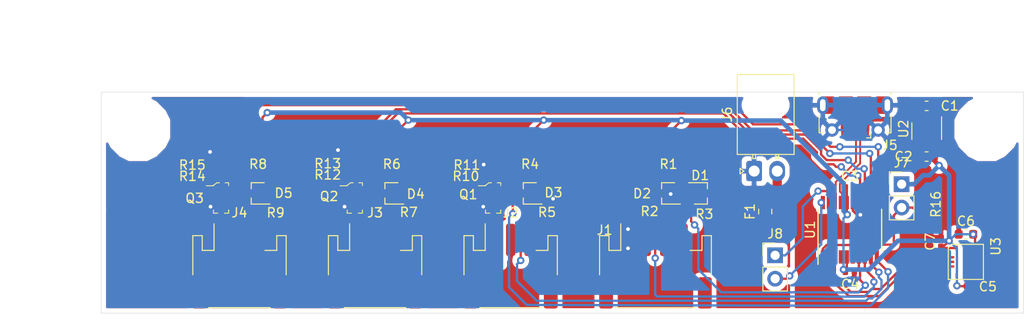
<source format=kicad_pcb>
(kicad_pcb (version 20171130) (host pcbnew "(5.1.5)-3")
  (layers (0 F.Cu signal) (31 B.Cu signal) (34 B.Paste user) (35 F.Paste user) (36 B.SilkS user) (37 F.SilkS user) (38 B.Mask user) (39 F.Mask user) (44 Edge.Cuts user))
  (net 0 "")
  (net 1 "Net-(J1-Pad4)")
  (net 2 "Net-(J1-Pad3)")
  (net 3 +12V)
  (net 4 "Net-(J2-Pad3)")
  (net 5 "Net-(J3-Pad3)")
  (net 6 "Net-(J4-Pad3)")
  (net 7 GND)
  (net 8 "Net-(F1-Pad2)")
  (net 9 /USB_D+)
  (net 10 /USB_D-)
  (net 11 VBUS)
  (net 12 /PWM1)
  (net 13 /TACH1)
  (net 14 /TACH2)
  (net 15 /TACH3)
  (net 16 /TACH4)
  (net 17 "Net-(Q1-Pad1)")
  (net 18 "Net-(Q2-Pad1)")
  (net 19 "Net-(Q3-Pad1)")
  (net 20 /FAN2_O)
  (net 21 /FAN3_O)
  (net 22 /FAN4_O)
  (net 23 /PWM2)
  (net 24 /PWM3)
  (net 25 /PWM4)
  (net 26 +3.3VA)
  (net 27 /I2C_SCL)
  (net 28 /I2C_SDA)
  (net 29 /BOOT0)
  (net 30 /SWCLK)
  (net 31 /SWDIO)
  (module Connector_PinHeader_2.54mm:PinHeader_1x02_P2.54mm_Vertical (layer F.Cu) (at 173.0756 93.726)
    (fp_text reference J8 (at 0 -2.33) (layer F.SilkS))
    (fp_text value Conn_01x0)
    (pad 2 thru_hole oval (at 0 2.54) (size 1.7 1.7) (drill 1) (layers *.Cu *.Mask) (net 30 /SWCLK))
    (pad 1 thru_hole rect (at 0 0) (size 1.7 1.7) (drill 1) (layers *.Cu *.Mask) (net 31 /SWDIO))
  )
  (module Resistor_SMD:R_0402_1005Metric (layer F.Cu) (at 189.3316 88.1888 270)
    (fp_text reference R16 (at 0 -1.17 90) (layer F.SilkS))
    (fp_text value 10K)
    (pad 2 smd roundrect (at 0.485 0 270) (size 0.59 0.64) (layers F.Cu F.Paste F.Mask) (net 29 /BOOT0))
    (pad 1 smd roundrect (at -0.485 0 270) (size 0.59 0.64) (layers F.Cu F.Paste F.Mask) (net 7 GND))
  )
  (module Connector_PinHeader_2.54mm:PinHeader_1x02_P2.54mm_Vertical (layer F.Cu) (at 186.7916 86.0044)
    (fp_text reference J7 (at 0 -2.33) (layer F.SilkS))
    (fp_text value Conn_01x0)
    (pad 2 thru_hole oval (at 0 2.54) (size 1.7 1.7) (drill 1) (layers *.Cu *.Mask) (net 29 /BOOT0))
    (pad 1 thru_hole rect (at 0 0) (size 1.7 1.7) (drill 1) (layers *.Cu *.Mask) (net 26 +3.3VA))
  )
  (module Connector_JST:JST_PH_S4B-PH-SM4-TB_1x04-1MP_P2.00mm_Horizontal (layer F.Cu) (at 160.1 94.9)
    (fp_text reference J1 (at -5.5156 -3.9172) (layer F.SilkS))
    (fp_text value Conn_01x04)
    (pad MP smd roundrect (at 5.35 2.9) (size 1.5 3.4) (layers F.Cu F.Paste F.Mask) (roundrect_rratio 0.166667))
    (pad MP smd roundrect (at -5.35 2.9) (size 1.5 3.4) (layers F.Cu F.Paste F.Mask) (roundrect_rratio 0.166667))
    (pad 4 smd roundrect (at 3 -2.85) (size 1 3.5) (layers F.Cu F.Paste F.Mask) (net 1 "Net-(J1-Pad4)"))
    (pad 3 smd roundrect (at 1 -2.85) (size 1 3.5) (layers F.Cu F.Paste F.Mask) (net 2 "Net-(J1-Pad3)"))
    (pad 2 smd roundrect (at -1 -2.85) (size 1 3.5) (layers F.Cu F.Paste F.Mask) (net 3 +12V))
    (pad 1 smd roundrect (at -3 -2.85) (size 1 3.5) (layers F.Cu F.Paste F.Mask) (net 7 GND))
  )
  (module NevermoreController:ZMOD4410 (layer F.Cu) (at 193.7512 94.4372 270)
    (fp_text reference U3 (at -1.6764 -3.2512 90) (layer F.SilkS))
    (fp_text value ZMOD4410)
    (pad 10 smd rect (at -1.5 -1) (size 0.25 0.5) (layers F.Cu F.Paste F.Mask) (net 26 +3.3VA))
    (pad 12 smd rect (at -1.5 1) (size 0.25 0.5) (layers F.Cu F.Paste F.Mask) (net 26 +3.3VA))
    (pad 11 smd rect (at -1.5 0) (size 0.25 0.5) (layers F.Cu F.Paste F.Mask))
    (pad 9 smd rect (at -0.5 -1.5 270) (size 0.25 0.5) (layers F.Cu F.Paste F.Mask) (net 7 GND))
    (pad 8 smd rect (at 0 -1.5 270) (size 0.25 0.5) (layers F.Cu F.Paste F.Mask))
    (pad 7 smd rect (at 0.5 -1.5 270) (size 0.25 0.5) (layers F.Cu F.Paste F.Mask) (net 7 GND))
    (pad 6 smd rect (at 1.5 -1) (size 0.25 0.5) (layers F.Cu F.Paste F.Mask) (net 7 GND))
    (pad 5 smd rect (at 1.5 0) (size 0.25 0.5) (layers F.Cu F.Paste F.Mask) (net 26 +3.3VA))
    (pad 4 smd rect (at 1.5 1) (size 0.25 0.5) (layers F.Cu F.Paste F.Mask))
    (pad 3 smd rect (at 0.5 1.5 270) (size 0.25 0.5) (layers F.Cu F.Paste F.Mask))
    (pad 2 smd rect (at 0 1.5 270) (size 0.25 0.5) (layers F.Cu F.Paste F.Mask) (net 28 /I2C_SDA))
    (pad 1 smd rect (at -0.5 1.5 270) (size 0.25 0.5) (layers F.Cu F.Paste F.Mask) (net 27 /I2C_SCL))
  )
  (module Capacitor_SMD:C_0402_1005Metric (layer F.Cu) (at 191.0588 92.2528 90)
    (fp_text reference C7 (at 0 -1.17 90) (layer F.SilkS))
    (fp_text value 100n)
    (pad 2 smd roundrect (at 0.485 0 90) (size 0.59 0.64) (layers F.Cu F.Paste F.Mask) (net 7 GND))
    (pad 1 smd roundrect (at -0.485 0 90) (size 0.59 0.64) (layers F.Cu F.Paste F.Mask) (net 26 +3.3VA))
  )
  (module Capacitor_SMD:C_0603_1608Metric (layer F.Cu) (at 193.7612 91.44)
    (fp_text reference C6 (at 0 -1.43) (layer F.SilkS))
    (fp_text value 4.7u)
    (pad 2 smd roundrect (at 0.7875 0) (size 0.875 0.95) (layers F.Cu F.Paste F.Mask) (net 26 +3.3VA))
    (pad 1 smd roundrect (at -0.7875 0) (size 0.875 0.95) (layers F.Cu F.Paste F.Mask) (net 7 GND))
  )
  (module Capacitor_SMD:C_0402_1005Metric (layer F.Cu) (at 194.287 97.0788)
    (fp_text reference C5 (at 1.8518 0.0508) (layer F.SilkS))
    (fp_text value 100n)
    (pad 2 smd roundrect (at 0.485 0) (size 0.59 0.64) (layers F.Cu F.Paste F.Mask) (net 7 GND))
    (pad 1 smd roundrect (at -0.485 0) (size 0.59 0.64) (layers F.Cu F.Paste F.Mask) (net 26 +3.3VA))
  )
  (module Resistor_SMD:R_0402_1005Metric (layer F.Cu) (at 117.015 89)
    (fp_text reference R9 (at 1.9078 0.1032) (layer F.SilkS))
    (fp_text value 1K)
    (pad 2 smd roundrect (at 0.485 0) (size 0.59 0.64) (layers F.Cu F.Paste F.Mask) (net 6 "Net-(J4-Pad3)"))
    (pad 1 smd roundrect (at -0.485 0) (size 0.59 0.64) (layers F.Cu F.Paste F.Mask) (net 16 /TACH4))
  )
  (module Resistor_SMD:R_0402_1005Metric (layer F.Cu) (at 117.015 85)
    (fp_text reference R8 (at 0 -1.17) (layer F.SilkS))
    (fp_text value 10K)
    (pad 2 smd roundrect (at 0.485 0) (size 0.59 0.64) (layers F.Cu F.Paste F.Mask) (net 26 +3.3VA))
    (pad 1 smd roundrect (at -0.485 0) (size 0.59 0.64) (layers F.Cu F.Paste F.Mask) (net 16 /TACH4))
  )
  (module Connector_JST:JST_PH_S3B-PH-SM4-TB_1x03-1MP_P2.00mm_Horizontal (layer F.Cu) (at 115 94.9)
    (fp_text reference J4 (at 0 -5.8) (layer F.SilkS))
    (fp_text value Conn_01x03)
    (pad MP smd roundrect (at 4.35 2.9) (size 1.5 3.4) (layers F.Cu F.Paste F.Mask) (roundrect_rratio 0.166667))
    (pad MP smd roundrect (at -4.35 2.9) (size 1.5 3.4) (layers F.Cu F.Paste F.Mask) (roundrect_rratio 0.166667))
    (pad 3 smd roundrect (at 2 -2.85) (size 1 3.5) (layers F.Cu F.Paste F.Mask) (net 6 "Net-(J4-Pad3)"))
    (pad 2 smd roundrect (at 0 -2.85) (size 1 3.5) (layers F.Cu F.Paste F.Mask) (net 3 +12V))
    (pad 1 smd roundrect (at -2 -2.85) (size 1 3.5) (layers F.Cu F.Paste F.Mask) (net 22 /FAN4_O))
  )
  (module Package_TO_SOT_SMD:SOT-323_SC-70 (layer F.Cu) (at 117 87 180)
    (fp_text reference D5 (at -2.7864 0.0304) (layer F.SilkS))
    (fp_text value BAT54SW)
    (pad 3 smd rect (at 1 0 90) (size 0.45 0.7) (layers F.Cu F.Paste F.Mask) (net 16 /TACH4))
    (pad 2 smd rect (at -1 0.65 90) (size 0.45 0.7) (layers F.Cu F.Paste F.Mask) (net 26 +3.3VA))
    (pad 1 smd rect (at -1 -0.65 90) (size 0.45 0.7) (layers F.Cu F.Paste F.Mask) (net 7 GND))
  )
  (module Capacitor_SMD:C_0402_1005Metric (layer F.Cu) (at 181.175 95.5548)
    (fp_text reference C4 (at 0.0286 1.3208) (layer F.SilkS))
    (fp_text value 100n)
    (pad 1 smd roundrect (at -0.485 0) (size 0.59 0.64) (layers F.Cu F.Paste F.Mask) (net 26 +3.3VA))
    (pad 2 smd roundrect (at 0.485 0) (size 0.59 0.64) (layers F.Cu F.Paste F.Mask) (net 7 GND))
  )
  (module Capacitor_SMD:C_0402_1005Metric (layer F.Cu) (at 181.175 86.3092)
    (fp_text reference C3 (at 0 -1.17) (layer F.SilkS))
    (fp_text value 100n)
    (pad 2 smd roundrect (at 0.485 0) (size 0.59 0.64) (layers F.Cu F.Paste F.Mask) (net 7 GND))
    (pad 1 smd roundrect (at -0.485 0) (size 0.59 0.64) (layers F.Cu F.Paste F.Mask) (net 26 +3.3VA))
  )
  (module Resistor_SMD:R_0402_1005Metric (layer F.Cu) (at 112.5 84 180)
    (fp_text reference R15 (at 2.6196 0.0784) (layer F.SilkS))
    (fp_text value 10K)
    (pad 2 smd roundrect (at 0.485 0 180) (size 0.59 0.64) (layers F.Cu F.Paste F.Mask) (net 7 GND))
    (pad 1 smd roundrect (at -0.485 0 180) (size 0.59 0.64) (layers F.Cu F.Paste F.Mask) (net 25 /PWM4))
  )
  (module Resistor_SMD:R_0402_1005Metric (layer F.Cu) (at 112.5 85)
    (fp_text reference R14 (at -2.6196 0.1408) (layer F.SilkS))
    (fp_text value 100R)
    (pad 2 smd roundrect (at 0.485 0) (size 0.59 0.64) (layers F.Cu F.Paste F.Mask) (net 25 /PWM4))
    (pad 1 smd roundrect (at -0.485 0) (size 0.59 0.64) (layers F.Cu F.Paste F.Mask) (net 19 "Net-(Q3-Pad1)"))
  )
  (module Resistor_SMD:R_0402_1005Metric (layer F.Cu) (at 127.015 83.8708 180)
    (fp_text reference R13 (at 2.4534 0.1016) (layer F.SilkS))
    (fp_text value 10K)
    (pad 2 smd roundrect (at 0.485 0 180) (size 0.59 0.64) (layers F.Cu F.Paste F.Mask) (net 7 GND))
    (pad 1 smd roundrect (at -0.485 0 180) (size 0.59 0.64) (layers F.Cu F.Paste F.Mask) (net 24 /PWM3))
  )
  (module Resistor_SMD:R_0402_1005Metric (layer F.Cu) (at 127.015 84.9884)
    (fp_text reference R12 (at -2.4534 0) (layer F.SilkS))
    (fp_text value 100R)
    (pad 2 smd roundrect (at 0.485 0) (size 0.59 0.64) (layers F.Cu F.Paste F.Mask) (net 24 /PWM3))
    (pad 1 smd roundrect (at -0.485 0) (size 0.59 0.64) (layers F.Cu F.Paste F.Mask) (net 18 "Net-(Q2-Pad1)"))
  )
  (module Resistor_SMD:R_0402_1005Metric (layer F.Cu) (at 141.986 83.82 180)
    (fp_text reference R11 (at 2.3368 -0.1016) (layer F.SilkS))
    (fp_text value 10K)
    (pad 2 smd roundrect (at 0.485 0 180) (size 0.59 0.64) (layers F.Cu F.Paste F.Mask) (net 7 GND))
    (pad 1 smd roundrect (at -0.485 0 180) (size 0.59 0.64) (layers F.Cu F.Paste F.Mask) (net 23 /PWM2))
  )
  (module Resistor_SMD:R_0402_1005Metric (layer F.Cu) (at 142 84.8868)
    (fp_text reference R10 (at -2.4524 0.254) (layer F.SilkS))
    (fp_text value 100R)
    (pad 2 smd roundrect (at 0.485 0) (size 0.59 0.64) (layers F.Cu F.Paste F.Mask) (net 23 /PWM2))
    (pad 1 smd roundrect (at -0.485 0) (size 0.59 0.64) (layers F.Cu F.Paste F.Mask) (net 17 "Net-(Q1-Pad1)"))
  )
  (module digikey-footprints:SOT-23-3 (layer F.Cu) (at 113 87.5)
    (fp_text reference Q3 (at -2.8656 0.0284) (layer F.SilkS))
    (fp_text value IRLML6344TRPBF)
    (pad 1 smd rect (at -1.05 -0.95) (size 1.3 0.6) (layers F.Cu F.Paste F.Mask) (net 19 "Net-(Q3-Pad1)"))
    (pad 2 smd rect (at -1.05 0.95) (size 1.3 0.6) (layers F.Cu F.Paste F.Mask) (net 7 GND))
    (pad 3 smd rect (at 1.05 0) (size 1.3 0.6) (layers F.Cu F.Paste F.Mask) (net 22 /FAN4_O))
  )
  (module digikey-footprints:SOT-23-3 (layer F.Cu) (at 127.5 87.5)
    (fp_text reference Q2 (at -2.786 -0.1748) (layer F.SilkS))
    (fp_text value IRLML6344TRPBF)
    (pad 1 smd rect (at -1.05 -0.95) (size 1.3 0.6) (layers F.Cu F.Paste F.Mask) (net 18 "Net-(Q2-Pad1)"))
    (pad 2 smd rect (at -1.05 0.95) (size 1.3 0.6) (layers F.Cu F.Paste F.Mask) (net 7 GND))
    (pad 3 smd rect (at 1.05 0) (size 1.3 0.6) (layers F.Cu F.Paste F.Mask) (net 21 /FAN3_O))
  )
  (module digikey-footprints:SOT-23-3 (layer F.Cu) (at 142.5 87.5)
    (fp_text reference Q1 (at -2.6984 -0.378) (layer F.SilkS))
    (fp_text value IRLML6344TRPBF)
    (pad 1 smd rect (at -1.05 -0.95) (size 1.3 0.6) (layers F.Cu F.Paste F.Mask) (net 17 "Net-(Q1-Pad1)"))
    (pad 2 smd rect (at -1.05 0.95) (size 1.3 0.6) (layers F.Cu F.Paste F.Mask) (net 7 GND))
    (pad 3 smd rect (at 1.05 0) (size 1.3 0.6) (layers F.Cu F.Paste F.Mask) (net 20 /FAN2_O))
  )
  (module Connector_JST:JST_PH_S3B-PH-SM4-TB_1x03-1MP_P2.00mm_Horizontal (layer F.Cu) (at 129.7 94.9)
    (fp_text reference J3 (at 0 -5.8) (layer F.SilkS))
    (fp_text value Conn_01x03)
    (pad MP smd roundrect (at 4.35 2.9) (size 1.5 3.4) (layers F.Cu F.Paste F.Mask) (roundrect_rratio 0.166667))
    (pad MP smd roundrect (at -4.35 2.9) (size 1.5 3.4) (layers F.Cu F.Paste F.Mask) (roundrect_rratio 0.166667))
    (pad 3 smd roundrect (at 2 -2.85) (size 1 3.5) (layers F.Cu F.Paste F.Mask) (net 5 "Net-(J3-Pad3)"))
    (pad 2 smd roundrect (at 0 -2.85) (size 1 3.5) (layers F.Cu F.Paste F.Mask) (net 3 +12V))
    (pad 1 smd roundrect (at -2 -2.85) (size 1 3.5) (layers F.Cu F.Paste F.Mask) (net 21 /FAN3_O))
  )
  (module Connector_JST:JST_PH_S3B-PH-SM4-TB_1x03-1MP_P2.00mm_Horizontal (layer F.Cu) (at 144.4 94.9)
    (fp_text reference J2 (at 0 -5.8) (layer F.SilkS))
    (fp_text value Conn_01x03)
    (pad MP smd roundrect (at 4.35 2.9) (size 1.5 3.4) (layers F.Cu F.Paste F.Mask) (roundrect_rratio 0.166667))
    (pad MP smd roundrect (at -4.35 2.9) (size 1.5 3.4) (layers F.Cu F.Paste F.Mask) (roundrect_rratio 0.166667))
    (pad 3 smd roundrect (at 2 -2.85) (size 1 3.5) (layers F.Cu F.Paste F.Mask) (net 4 "Net-(J2-Pad3)"))
    (pad 2 smd roundrect (at 0 -2.85) (size 1 3.5) (layers F.Cu F.Paste F.Mask) (net 3 +12V))
    (pad 1 smd roundrect (at -2 -2.85) (size 1 3.5) (layers F.Cu F.Paste F.Mask) (net 20 /FAN2_O))
  )
  (module Fuse:Fuse_0805_2012Metric_Pad1.15x1.40mm_HandSolder (layer F.Cu) (at 172 88.975 90)
    (fp_text reference F1 (at 0 -1.65 90) (layer F.SilkS))
    (fp_text value 3.5A)
    (pad 2 smd roundrect (at 1.025 0 90) (size 1.15 1.4) (layers F.Cu F.Paste F.Mask) (roundrect_rratio 0.217391) (net 8 "Net-(F1-Pad2)"))
    (pad 1 smd roundrect (at -1.025 0 90) (size 1.15 1.4) (layers F.Cu F.Paste F.Mask) (roundrect_rratio 0.217391) (net 3 +12V))
  )
  (module Resistor_SMD:R_0402_1005Metric (layer F.Cu) (at 131.515 89)
    (fp_text reference R7 (at 1.835 0.0524) (layer F.SilkS))
    (fp_text value 1K)
    (pad 2 smd roundrect (at 0.485 0) (size 0.59 0.64) (layers F.Cu F.Paste F.Mask) (net 5 "Net-(J3-Pad3)"))
    (pad 1 smd roundrect (at -0.485 0) (size 0.59 0.64) (layers F.Cu F.Paste F.Mask) (net 15 /TACH3))
  )
  (module Resistor_SMD:R_0402_1005Metric (layer F.Cu) (at 131.515 85)
    (fp_text reference R6 (at 0 -1.17) (layer F.SilkS))
    (fp_text value 10K)
    (pad 2 smd roundrect (at 0.485 0) (size 0.59 0.64) (layers F.Cu F.Paste F.Mask) (net 26 +3.3VA))
    (pad 1 smd roundrect (at -0.485 0) (size 0.59 0.64) (layers F.Cu F.Paste F.Mask) (net 15 /TACH3))
  )
  (module Resistor_SMD:R_0402_1005Metric (layer F.Cu) (at 146.5 89)
    (fp_text reference R5 (at 1.836 0.0524) (layer F.SilkS))
    (fp_text value 1K)
    (pad 2 smd roundrect (at 0.485 0) (size 0.59 0.64) (layers F.Cu F.Paste F.Mask) (net 4 "Net-(J2-Pad3)"))
    (pad 1 smd roundrect (at -0.485 0) (size 0.59 0.64) (layers F.Cu F.Paste F.Mask) (net 14 /TACH2))
  )
  (module Resistor_SMD:R_0402_1005Metric (layer F.Cu) (at 146.5 85)
    (fp_text reference R4 (at 0 -1.17) (layer F.SilkS))
    (fp_text value 10K)
    (pad 2 smd roundrect (at 0.485 0) (size 0.59 0.64) (layers F.Cu F.Paste F.Mask) (net 26 +3.3VA))
    (pad 1 smd roundrect (at -0.485 0) (size 0.59 0.64) (layers F.Cu F.Paste F.Mask) (net 14 /TACH2))
  )
  (module Resistor_SMD:R_0402_1005Metric (layer F.Cu) (at 163.485 89 180)
    (fp_text reference R3 (at -1.9198 -0.2556) (layer F.SilkS))
    (fp_text value 1K)
    (pad 2 smd roundrect (at 0.485 0 180) (size 0.59 0.64) (layers F.Cu F.Paste F.Mask) (net 1 "Net-(J1-Pad4)"))
    (pad 1 smd roundrect (at -0.485 0 180) (size 0.59 0.64) (layers F.Cu F.Paste F.Mask) (net 12 /PWM1))
  )
  (module Resistor_SMD:R_0402_1005Metric (layer F.Cu) (at 161.5 89)
    (fp_text reference R2 (at -2.0388 -0.0492) (layer F.SilkS))
    (fp_text value 1K)
    (pad 2 smd roundrect (at 0.485 0) (size 0.59 0.64) (layers F.Cu F.Paste F.Mask) (net 2 "Net-(J1-Pad3)"))
    (pad 1 smd roundrect (at -0.485 0) (size 0.59 0.64) (layers F.Cu F.Paste F.Mask) (net 13 /TACH1))
  )
  (module Resistor_SMD:R_0402_1005Metric (layer F.Cu) (at 161.515 85)
    (fp_text reference R1 (at 0 -1.17) (layer F.SilkS))
    (fp_text value 10K)
    (pad 2 smd roundrect (at 0.485 0) (size 0.59 0.64) (layers F.Cu F.Paste F.Mask) (net 26 +3.3VA))
    (pad 1 smd roundrect (at -0.485 0) (size 0.59 0.64) (layers F.Cu F.Paste F.Mask) (net 13 /TACH1))
  )
  (module Connector_USB:USB_Micro-B_Molex-105017-0001 (layer F.Cu) (at 181.742 78.659 180)
    (fp_text reference J5 (at -3.758 -3.1125) (layer F.SilkS))
    (fp_text value USB_B_Micro)
    (pad 6 smd rect (at -2.9 1.2375 180) (size 1.2 1.9) (layers F.Cu F.Mask) (net 7 GND))
    (pad 6 smd rect (at 2.9 1.2375 180) (size 1.2 1.9) (layers F.Cu F.Mask) (net 7 GND))
    (pad 6 thru_hole oval (at 3.5 1.2375 180) (size 1.2 1.9) (drill oval 0.6 1.3) (layers *.Cu *.Mask) (net 7 GND))
    (pad 6 thru_hole oval (at -3.5 1.2375) (size 1.2 1.9) (drill oval 0.6 1.3) (layers *.Cu *.Mask) (net 7 GND))
    (pad 6 smd rect (at -1 1.2375 180) (size 1.5 1.9) (layers F.Cu F.Paste F.Mask) (net 7 GND))
    (pad 6 thru_hole circle (at 2.5 -1.4625 180) (size 1.45 1.45) (drill 0.85) (layers *.Cu *.Mask) (net 7 GND))
    (pad 3 smd rect (at 0 -1.4625 180) (size 0.4 1.35) (layers F.Cu F.Paste F.Mask) (net 9 /USB_D+))
    (pad 4 smd rect (at 0.65 -1.4625 180) (size 0.4 1.35) (layers F.Cu F.Paste F.Mask) (net 7 GND))
    (pad 5 smd rect (at 1.3 -1.4625 180) (size 0.4 1.35) (layers F.Cu F.Paste F.Mask) (net 7 GND))
    (pad 1 smd rect (at -1.3 -1.4625 180) (size 0.4 1.35) (layers F.Cu F.Paste F.Mask) (net 11 VBUS))
    (pad 2 smd rect (at -0.65 -1.4625 180) (size 0.4 1.35) (layers F.Cu F.Paste F.Mask) (net 10 /USB_D-))
    (pad 6 thru_hole circle (at -2.5 -1.4625 180) (size 1.45 1.45) (drill 0.85) (layers *.Cu *.Mask) (net 7 GND))
    (pad 6 smd rect (at 1 1.2375 180) (size 1.5 1.9) (layers F.Cu F.Paste F.Mask) (net 7 GND))
  )
  (module MountingHole:MountingHole_3.2mm_M3 (layer F.Cu) (at 104 80)
    (fp_text reference H2 hide)
    (fp_text value MountingHole)
    (pad 1 np_thru_hole circle (at 0 0) (size 3.2 3.2) (drill 3.2) (layers *.Cu *.Mask))
  )
  (module MountingHole:MountingHole_3.2mm_M3 (layer F.Cu) (at 196 80)
    (fp_text reference H1 hide)
    (fp_text value MountingHole)
    (pad 1 np_thru_hole circle (at 0 0) (size 3.2 3.2) (drill 3.2) (layers *.Cu *.Mask))
  )
  (module Package_TO_SOT_SMD:SOT-23-5 (layer F.Cu) (at 189.509 80.239 270)
    (fp_text reference U2 (at -0.239 2.509 90) (layer F.SilkS))
    (fp_text value AP2127K-3.3)
    (pad 5 smd rect (at 1.1 -0.95 270) (size 1.06 0.65) (layers F.Cu F.Paste F.Mask) (net 26 +3.3VA))
    (pad 4 smd rect (at 1.1 0.95 270) (size 1.06 0.65) (layers F.Cu F.Paste F.Mask))
    (pad 3 smd rect (at -1.1 0.95 270) (size 1.06 0.65) (layers F.Cu F.Paste F.Mask) (net 11 VBUS))
    (pad 2 smd rect (at -1.1 0 270) (size 1.06 0.65) (layers F.Cu F.Paste F.Mask) (net 7 GND))
    (pad 1 smd rect (at -1.1 -0.95 270) (size 1.06 0.65) (layers F.Cu F.Paste F.Mask) (net 11 VBUS))
  )
  (module Capacitor_SMD:C_0603_1608Metric (layer F.Cu) (at 189.5 83 180)
    (fp_text reference C2 (at 2.5 0) (layer F.SilkS))
    (fp_text value 4.7u)
    (pad 2 smd roundrect (at 0.7875 0 180) (size 0.875 0.95) (layers F.Cu F.Paste F.Mask) (net 7 GND))
    (pad 1 smd roundrect (at -0.7875 0 180) (size 0.875 0.95) (layers F.Cu F.Paste F.Mask) (net 26 +3.3VA))
  )
  (module Capacitor_SMD:C_0603_1608Metric (layer F.Cu) (at 189.5 77.5)
    (fp_text reference C1 (at 2.5 0) (layer F.SilkS))
    (fp_text value 4.7u)
    (pad 2 smd roundrect (at 0.7875 0) (size 0.875 0.95) (layers F.Cu F.Paste F.Mask) (net 7 GND))
    (pad 1 smd roundrect (at -0.7875 0) (size 0.875 0.95) (layers F.Cu F.Paste F.Mask) (net 11 VBUS))
  )
  (module Connector_Molex:Molex_Nano-Fit_105313-xx02_1x02_P2.50mm_Horizontal (layer F.Cu) (at 170.8 84.58 90)
    (fp_text reference J6 (at 6.15 -2.92 90) (layer F.SilkS))
    (fp_text value Conn_01x02)
    (pad "" np_thru_hole circle (at 7.18 2.5 90) (size 1.7 1.7) (drill 1.7) (layers *.Cu *.Mask))
    (pad "" np_thru_hole circle (at 7.18 0 90) (size 1.7 1.7) (drill 1.7) (layers *.Cu *.Mask))
    (pad 2 thru_hole oval (at 0 2.5 90) (size 2.2 1.7) (drill 1.2) (layers *.Cu *.Mask) (net 8 "Net-(F1-Pad2)"))
    (pad 1 thru_hole roundrect (at 0 0 90) (size 2.2 1.7) (drill 1.2) (layers *.Cu *.Mask) (roundrect_rratio 0.147059) (net 7 GND))
  )
  (module Package_SO:TSSOP-20_4.4x6.5mm_P0.65mm (layer F.Cu) (at 181.175 90.95 90)
    (fp_text reference U1 (at 0 -4.3 90) (layer F.SilkS))
    (fp_text value STM32F042F6P6)
    (pad 20 smd rect (at 2.95 -2.925 90) (size 1.45 0.45) (layers F.Cu F.Paste F.Mask) (net 30 /SWCLK))
    (pad 19 smd rect (at 2.95 -2.275 90) (size 1.45 0.45) (layers F.Cu F.Paste F.Mask) (net 31 /SWDIO))
    (pad 18 smd rect (at 2.95 -1.625 90) (size 1.45 0.45) (layers F.Cu F.Paste F.Mask) (net 9 /USB_D+))
    (pad 17 smd rect (at 2.95 -0.975 90) (size 1.45 0.45) (layers F.Cu F.Paste F.Mask) (net 10 /USB_D-))
    (pad 16 smd rect (at 2.95 -0.325 90) (size 1.45 0.45) (layers F.Cu F.Paste F.Mask) (net 26 +3.3VA))
    (pad 15 smd rect (at 2.95 0.325 90) (size 1.45 0.45) (layers F.Cu F.Paste F.Mask) (net 7 GND))
    (pad 14 smd rect (at 2.95 0.975 90) (size 1.45 0.45) (layers F.Cu F.Paste F.Mask) (net 15 /TACH3))
    (pad 13 smd rect (at 2.95 1.625 90) (size 1.45 0.45) (layers F.Cu F.Paste F.Mask) (net 24 /PWM3))
    (pad 12 smd rect (at 2.95 2.275 90) (size 1.45 0.45) (layers F.Cu F.Paste F.Mask) (net 16 /TACH4))
    (pad 11 smd rect (at 2.95 2.925 90) (size 1.45 0.45) (layers F.Cu F.Paste F.Mask) (net 25 /PWM4))
    (pad 10 smd rect (at -2.95 2.925 90) (size 1.45 0.45) (layers F.Cu F.Paste F.Mask) (net 23 /PWM2))
    (pad 9 smd rect (at -2.95 2.275 90) (size 1.45 0.45) (layers F.Cu F.Paste F.Mask) (net 14 /TACH2))
    (pad 8 smd rect (at -2.95 1.625 90) (size 1.45 0.45) (layers F.Cu F.Paste F.Mask) (net 13 /TACH1))
    (pad 7 smd rect (at -2.95 0.975 90) (size 1.45 0.45) (layers F.Cu F.Paste F.Mask) (net 12 /PWM1))
    (pad 6 smd rect (at -2.95 0.325 90) (size 1.45 0.45) (layers F.Cu F.Paste F.Mask))
    (pad 5 smd rect (at -2.95 -0.325 90) (size 1.45 0.45) (layers F.Cu F.Paste F.Mask) (net 26 +3.3VA))
    (pad 4 smd rect (at -2.95 -0.975 90) (size 1.45 0.45) (layers F.Cu F.Paste F.Mask))
    (pad 3 smd rect (at -2.95 -1.625 90) (size 1.45 0.45) (layers F.Cu F.Paste F.Mask) (net 27 /I2C_SCL))
    (pad 2 smd rect (at -2.95 -2.275 90) (size 1.45 0.45) (layers F.Cu F.Paste F.Mask) (net 28 /I2C_SDA))
    (pad 1 smd rect (at -2.95 -2.925 90) (size 1.45 0.45) (layers F.Cu F.Paste F.Mask) (net 29 /BOOT0))
  )
  (module Package_TO_SOT_SMD:SOT-323_SC-70 (layer F.Cu) (at 131.5 87 180)
    (fp_text reference D4 (at -2.612 -0.0712) (layer F.SilkS))
    (fp_text value BAT54SW)
    (pad 3 smd rect (at 1 0 90) (size 0.45 0.7) (layers F.Cu F.Paste F.Mask) (net 15 /TACH3))
    (pad 2 smd rect (at -1 0.65 90) (size 0.45 0.7) (layers F.Cu F.Paste F.Mask) (net 26 +3.3VA))
    (pad 1 smd rect (at -1 -0.65 90) (size 0.45 0.7) (layers F.Cu F.Paste F.Mask) (net 7 GND))
  )
  (module Package_TO_SOT_SMD:SOT-323_SC-70 (layer F.Cu) (at 146.5 87 180)
    (fp_text reference D3 (at -2.5472 0.0812) (layer F.SilkS))
    (fp_text value BAT54SW)
    (pad 3 smd rect (at 1 0 90) (size 0.45 0.7) (layers F.Cu F.Paste F.Mask) (net 14 /TACH2))
    (pad 2 smd rect (at -1 0.65 90) (size 0.45 0.7) (layers F.Cu F.Paste F.Mask) (net 26 +3.3VA))
    (pad 1 smd rect (at -1 -0.65 90) (size 0.45 0.7) (layers F.Cu F.Paste F.Mask) (net 7 GND))
  )
  (module Package_TO_SOT_SMD:SOT-323_SC-70 (layer F.Cu) (at 165 87)
    (fp_text reference D1 (at -0.05 -1.95) (layer F.SilkS))
    (fp_text value BAT54SW)
    (pad 3 smd rect (at 1 0 270) (size 0.45 0.7) (layers F.Cu F.Paste F.Mask) (net 12 /PWM1))
    (pad 2 smd rect (at -1 0.65 270) (size 0.45 0.7) (layers F.Cu F.Paste F.Mask) (net 26 +3.3VA))
    (pad 1 smd rect (at -1 -0.65 270) (size 0.45 0.7) (layers F.Cu F.Paste F.Mask) (net 7 GND))
  )
  (module Package_TO_SOT_SMD:SOT-323_SC-70 (layer F.Cu) (at 161.5 87 180)
    (fp_text reference D2 (at 2.8516 -0.0204) (layer F.SilkS))
    (fp_text value BAT54SW)
    (pad 3 smd rect (at 1 0 90) (size 0.45 0.7) (layers F.Cu F.Paste F.Mask) (net 13 /TACH1))
    (pad 2 smd rect (at -1 0.65 90) (size 0.45 0.7) (layers F.Cu F.Paste F.Mask) (net 26 +3.3VA))
    (pad 1 smd rect (at -1 -0.65 90) (size 0.45 0.7) (layers F.Cu F.Paste F.Mask) (net 7 GND))
  )
  (gr_line (start 100 76) (end 100 100) (layer Edge.Cuts) (width 0.05))
  (gr_line (start 200 100) (end 200 76) (layer Edge.Cuts) (width 0.05))
  (gr_line (start 100 100) (end 200 100) (layer Edge.Cuts) (width 0.05))
  (gr_line (start 200 76) (end 100 76) (layer Edge.Cuts) (width 0.05))
  (segment (start 163 89) (end 163 89.5432) (width 0.25) (layer F.Cu) (net 1))
  (segment (start 163.1 89.6432) (end 163.1 92.05) (width 0.25) (layer F.Cu) (net 1))
  (segment (start 163 89.5432) (end 163.1 89.6432) (width 0.25) (layer F.Cu) (net 1))
  (segment (start 161.1 90.205) (end 161.1 92.05) (width 0.25) (layer F.Cu) (net 2))
  (segment (start 161.985 89) (end 161.985 89.32) (width 0.25) (layer F.Cu) (net 2))
  (segment (start 161.985 89.32) (end 161.1 90.205) (width 0.25) (layer F.Cu) (net 2))
  (segment (start 146.4 89.905) (end 146.4 92.05) (width 0.25) (layer F.Cu) (net 4))
  (segment (start 146.985 89) (end 146.985 89.32) (width 0.25) (layer F.Cu) (net 4))
  (segment (start 146.985 89.32) (end 146.4 89.905) (width 0.25) (layer F.Cu) (net 4))
  (segment (start 131.7 90.042) (end 131.7 92.05) (width 0.25) (layer F.Cu) (net 5))
  (segment (start 132 89) (end 132 89.742) (width 0.25) (layer F.Cu) (net 5))
  (segment (start 132 89.742) (end 131.7 90.042) (width 0.25) (layer F.Cu) (net 5))
  (segment (start 117.5 89) (end 117.5 89.5608) (width 0.25) (layer F.Cu) (net 6))
  (segment (start 117.5 89.5608) (end 116.9924 90.0684) (width 0.25) (layer F.Cu) (net 6))
  (segment (start 117 90.076) (end 117 92.05) (width 0.25) (layer F.Cu) (net 6))
  (segment (start 116.9924 90.0684) (end 117 90.076) (width 0.25) (layer F.Cu) (net 6))
  (via (at 157.1244 92.964) (size 0.8) (drill 0.4) (layers F.Cu B.Cu) (net 7))
  (via (at 157.1244 90.8812) (size 0.8) (drill 0.4) (layers F.Cu B.Cu) (net 7))
  (segment (start 181.5 86.4692) (end 181.66 86.3092) (width 0.25) (layer F.Cu) (net 7))
  (segment (start 181.5 88) (end 181.5 86.4692) (width 0.25) (layer F.Cu) (net 7))
  (segment (start 125.55 88.45) (end 125.0856 87.9856) (width 0.25) (layer F.Cu) (net 7))
  (segment (start 125.0856 87.9856) (end 124.9172 87.9856) (width 0.25) (layer F.Cu) (net 7))
  (segment (start 111.05 88.45) (end 110.5856 87.9856) (width 0.25) (layer F.Cu) (net 7))
  (segment (start 189.509 78.2785) (end 190.2875 77.5) (width 0.5) (layer F.Cu) (net 7))
  (segment (start 189.509 79.139) (end 189.509 78.2785) (width 0.5) (layer F.Cu) (net 7))
  (segment (start 195.7512 94.9372) (end 195.7592 94.9452) (width 0.25) (layer F.Cu) (net 7))
  (segment (start 195.2512 94.9372) (end 195.7512 94.9372) (width 0.25) (layer F.Cu) (net 7))
  (segment (start 195.7512 94.9372) (end 196.1468 94.9372) (width 0.25) (layer F.Cu) (net 7))
  (segment (start 195.7512 93.9372) (end 195.81 93.8784) (width 0.25) (layer F.Cu) (net 7))
  (segment (start 195.2512 93.9372) (end 195.7512 93.9372) (width 0.25) (layer F.Cu) (net 7))
  (segment (start 195.81 93.8784) (end 196.2404 93.8784) (width 0.25) (layer F.Cu) (net 7))
  (via (at 111.8108 82.4992) (size 0.8) (drill 0.4) (layers F.Cu B.Cu) (net 7))
  (segment (start 112.015 84) (end 112.015 82.7034) (width 0.25) (layer F.Cu) (net 7))
  (segment (start 112.015 82.7034) (end 111.8108 82.4992) (width 0.25) (layer F.Cu) (net 7))
  (via (at 125.6792 82.296) (size 0.8) (drill 0.4) (layers F.Cu B.Cu) (net 7))
  (segment (start 126.53 83.8708) (end 126.53 83.1468) (width 0.25) (layer F.Cu) (net 7))
  (segment (start 126.53 83.1468) (end 125.6792 82.296) (width 0.25) (layer F.Cu) (net 7))
  (via (at 182.3212 89.325002) (size 0.8) (drill 0.4) (layers F.Cu B.Cu) (net 7))
  (segment (start 181.94 89.325002) (end 182.3212 89.325002) (width 0.25) (layer F.Cu) (net 7))
  (segment (start 181.5 88) (end 181.5 88.885002) (width 0.25) (layer F.Cu) (net 7))
  (segment (start 181.5 88.885002) (end 181.94 89.325002) (width 0.25) (layer F.Cu) (net 7))
  (via (at 181.1528 96.52) (size 0.8) (drill 0.4) (layers F.Cu B.Cu) (net 7))
  (segment (start 181.66 95.5548) (end 181.66 96.0128) (width 0.5) (layer F.Cu) (net 7))
  (segment (start 181.66 96.0128) (end 181.1528 96.52) (width 0.5) (layer F.Cu) (net 7))
  (segment (start 162.5 87.65) (end 162.326 87.65) (width 0.25) (layer F.Cu) (net 7))
  (via (at 161.7472 87.0712) (size 0.8) (drill 0.4) (layers F.Cu B.Cu) (net 7))
  (segment (start 162.326 87.65) (end 161.7472 87.0712) (width 0.25) (layer F.Cu) (net 7))
  (segment (start 148.1 87.65) (end 148.3232 87.4268) (width 0.25) (layer F.Cu) (net 7))
  (segment (start 147.5 87.65) (end 148.1 87.65) (width 0.25) (layer F.Cu) (net 7))
  (segment (start 148.3232 87.4268) (end 149.7076 87.4268) (width 0.25) (layer F.Cu) (net 7))
  (via (at 148.9964 87.5792) (size 0.8) (drill 0.4) (layers F.Cu B.Cu) (net 7))
  (segment (start 147.5 87.65) (end 148.9256 87.65) (width 0.25) (layer F.Cu) (net 7))
  (segment (start 148.9256 87.65) (end 148.9964 87.5792) (width 0.25) (layer F.Cu) (net 7))
  (via (at 111.8616 88.4428) (size 0.8) (drill 0.4) (layers F.Cu B.Cu) (net 7))
  (segment (start 111.8688 88.45) (end 111.8616 88.4428) (width 0.25) (layer F.Cu) (net 7))
  (segment (start 111.95 88.45) (end 111.8688 88.45) (width 0.25) (layer F.Cu) (net 7))
  (segment (start 111.8616 88.4428) (end 111.05 88.45) (width 0.25) (layer F.Cu) (net 7))
  (via (at 141.4272 88.4428) (size 0.8) (drill 0.4) (layers F.Cu B.Cu) (net 7))
  (segment (start 141.45 88.45) (end 141.4344 88.45) (width 0.25) (layer F.Cu) (net 7))
  (segment (start 141.4344 88.45) (end 141.4272 88.4428) (width 0.25) (layer F.Cu) (net 7))
  (via (at 141.478 83.8708) (size 0.8) (drill 0.4) (layers F.Cu B.Cu) (net 7))
  (segment (start 141.501 83.82) (end 141.501 83.8478) (width 0.25) (layer F.Cu) (net 7))
  (segment (start 141.501 83.8478) (end 141.478 83.8708) (width 0.25) (layer F.Cu) (net 7))
  (via (at 126.3904 88.4428) (size 0.8) (drill 0.4) (layers F.Cu B.Cu) (net 7))
  (segment (start 126.3976 88.45) (end 126.3904 88.4428) (width 0.25) (layer F.Cu) (net 7))
  (segment (start 126.45 88.45) (end 126.3976 88.45) (width 0.25) (layer F.Cu) (net 7))
  (segment (start 126.3904 88.4428) (end 125.55 88.45) (width 0.25) (layer F.Cu) (net 7))
  (segment (start 179.242 80.1215) (end 181.0413 80.1215) (width 0.25) (layer B.Cu) (net 7))
  (segment (start 181.0413 80.1215) (end 181.1528 80.01) (width 0.25) (layer B.Cu) (net 7))
  (segment (start 180.442 77.7215) (end 180.742 77.4215) (width 0.5) (layer F.Cu) (net 7))
  (segment (start 180.442 80.1215) (end 180.442 77.7215) (width 0.5) (layer F.Cu) (net 7))
  (segment (start 180.442 80.1215) (end 181.041993 80.1215) (width 0.5) (layer F.Cu) (net 7))
  (segment (start 173.3 86.65) (end 172 87.95) (width 1) (layer F.Cu) (net 8))
  (segment (start 173.3 84.58) (end 173.3 86.65) (width 1) (layer F.Cu) (net 8))
  (segment (start 181.742 80.1215) (end 181.742 80.135103) (width 0.2) (layer F.Cu) (net 9))
  (segment (start 181.742 80.135103) (end 181.592001 80.285102) (width 0.2) (layer F.Cu) (net 9))
  (segment (start 181.842 83.567941) (end 179.644999 85.764942) (width 0.2) (layer F.Cu) (net 9))
  (segment (start 179.674999 87.875001) (end 179.55 88) (width 0.2) (layer F.Cu) (net 9))
  (segment (start 181.842 81.234001) (end 181.842 83.567941) (width 0.2) (layer F.Cu) (net 9))
  (segment (start 179.644999 85.764942) (end 179.644999 87.004999) (width 0.2) (layer F.Cu) (net 9))
  (segment (start 181.742 80.1215) (end 181.742 81.134001) (width 0.2) (layer F.Cu) (net 9))
  (segment (start 181.742 81.134001) (end 181.842 81.234001) (width 0.2) (layer F.Cu) (net 9))
  (segment (start 179.644999 87.004999) (end 179.674999 87.034999) (width 0.2) (layer F.Cu) (net 9))
  (segment (start 179.674999 87.034999) (end 179.674999 87.875001) (width 0.2) (layer F.Cu) (net 9))
  (segment (start 182.392 80.1215) (end 182.242001 80.271499) (width 0.2) (layer F.Cu) (net 10))
  (segment (start 180.324999 87.861399) (end 180.2 87.986397) (width 0.2) (layer F.Cu) (net 10))
  (segment (start 180.324999 87.034999) (end 180.324999 87.861399) (width 0.2) (layer F.Cu) (net 10))
  (segment (start 182.292 83.754324) (end 180.09499 85.951334) (width 0.2) (layer F.Cu) (net 10))
  (segment (start 180.09499 85.951334) (end 180.09499 86.80499) (width 0.2) (layer F.Cu) (net 10))
  (segment (start 180.09499 86.80499) (end 180.324999 87.034999) (width 0.2) (layer F.Cu) (net 10))
  (segment (start 182.392 81.134001) (end 182.292 81.234001) (width 0.2) (layer F.Cu) (net 10))
  (segment (start 182.392 80.1215) (end 182.392 81.134001) (width 0.2) (layer F.Cu) (net 10))
  (segment (start 180.2 87.986397) (end 180.2 88) (width 0.2) (layer F.Cu) (net 10))
  (segment (start 182.292 81.234001) (end 182.292 83.754324) (width 0.2) (layer F.Cu) (net 10))
  (segment (start 188.7125 78.9855) (end 188.559 79.139) (width 0.5) (layer F.Cu) (net 11))
  (segment (start 188.7125 77.5) (end 188.7125 78.9855) (width 0.5) (layer F.Cu) (net 11))
  (segment (start 188.559 79.854002) (end 188.559 79.139) (width 0.5) (layer F.Cu) (net 11))
  (segment (start 188.823999 80.119001) (end 188.559 79.854002) (width 0.5) (layer F.Cu) (net 11))
  (segment (start 190.194001 80.119001) (end 188.823999 80.119001) (width 0.5) (layer F.Cu) (net 11))
  (segment (start 190.459 79.854002) (end 190.194001 80.119001) (width 0.5) (layer F.Cu) (net 11))
  (segment (start 190.459 79.139) (end 190.459 79.854002) (width 0.5) (layer F.Cu) (net 11))
  (segment (start 183.042 79.582498) (end 183.677999 78.946499) (width 0.5) (layer F.Cu) (net 11))
  (segment (start 183.042 80.1215) (end 183.042 79.582498) (width 0.5) (layer F.Cu) (net 11))
  (segment (start 187.93 77.5) (end 188.7125 77.5) (width 0.5) (layer F.Cu) (net 11))
  (segment (start 186.483501 78.946499) (end 187.93 77.5) (width 0.5) (layer F.Cu) (net 11))
  (segment (start 183.677999 78.946499) (end 186.483501 78.946499) (width 0.5) (layer F.Cu) (net 11))
  (segment (start 164.475 89) (end 166 87.475) (width 0.25) (layer F.Cu) (net 12))
  (segment (start 166 87.475) (end 166 87) (width 0.25) (layer F.Cu) (net 12))
  (segment (start 163.97 89) (end 164.475 89) (width 0.25) (layer F.Cu) (net 12))
  (segment (start 178.779502 97.76077) (end 178.757932 97.7392) (width 0.25) (layer B.Cu) (net 12))
  (segment (start 182.15 93.9) (end 182.15 95.056568) (width 0.25) (layer F.Cu) (net 12))
  (segment (start 182.28001 96.403761) (end 182.853257 96.977008) (width 0.25) (layer F.Cu) (net 12))
  (segment (start 182.28001 95.186578) (end 182.28001 96.403761) (width 0.25) (layer F.Cu) (net 12))
  (segment (start 182.09643 97.76077) (end 178.779502 97.76077) (width 0.25) (layer B.Cu) (net 12))
  (segment (start 182.372 97.4852) (end 182.09643 97.76077) (width 0.25) (layer B.Cu) (net 12))
  (segment (start 182.853257 96.977008) (end 182.372 97.458265) (width 0.25) (layer B.Cu) (net 12))
  (segment (start 182.15 95.056568) (end 182.28001 95.186578) (width 0.25) (layer F.Cu) (net 12))
  (segment (start 182.372 97.458265) (end 182.372 97.4852) (width 0.25) (layer B.Cu) (net 12))
  (via (at 182.853257 96.977008) (size 0.8) (drill 0.4) (layers F.Cu B.Cu) (net 12))
  (segment (start 167.7924 97.7392) (end 167.226715 97.7392) (width 0.25) (layer B.Cu) (net 12))
  (segment (start 178.757932 97.7392) (end 167.7924 97.7392) (width 0.25) (layer B.Cu) (net 12))
  (via (at 164.338 90.424) (size 0.8) (drill 0.4) (layers F.Cu B.Cu) (net 12))
  (segment (start 163.97 89) (end 163.97 90.056) (width 0.25) (layer F.Cu) (net 12))
  (segment (start 163.97 90.056) (end 164.338 90.424) (width 0.25) (layer F.Cu) (net 12))
  (segment (start 164.7444 90.8304) (end 164.7444 95.25) (width 0.25) (layer B.Cu) (net 12))
  (segment (start 164.338 90.424) (end 164.7444 90.8304) (width 0.25) (layer B.Cu) (net 12))
  (segment (start 167.226715 97.7392) (end 164.7444 95.25) (width 0.25) (layer B.Cu) (net 12))
  (segment (start 182.8 93.9) (end 182.8 95.2208) (width 0.25) (layer F.Cu) (net 13))
  (via (at 183.783547 96.610177) (size 0.8) (drill 0.4) (layers F.Cu B.Cu) (net 13))
  (segment (start 182.8 95.2208) (end 183.783547 96.204347) (width 0.25) (layer F.Cu) (net 13))
  (segment (start 183.783547 96.204347) (end 183.783547 96.610177) (width 0.25) (layer F.Cu) (net 13))
  (segment (start 161.015 87.515) (end 160.5 87) (width 0.25) (layer F.Cu) (net 13))
  (segment (start 161.015 89) (end 161.015 87.515) (width 0.25) (layer F.Cu) (net 13))
  (segment (start 160.5 85.53) (end 161.03 85) (width 0.25) (layer F.Cu) (net 13))
  (segment (start 160.5 87) (end 160.5 85.53) (width 0.25) (layer F.Cu) (net 13))
  (via (at 160.0708 94.0308) (size 0.8) (drill 0.4) (layers F.Cu B.Cu) (net 13))
  (segment (start 160.0708 90.2642) (end 160.0708 94.0308) (width 0.25) (layer F.Cu) (net 13))
  (segment (start 161.015 89) (end 161.015 89.32) (width 0.25) (layer F.Cu) (net 13))
  (segment (start 161.015 89.32) (end 160.0708 90.2642) (width 0.25) (layer F.Cu) (net 13))
  (segment (start 183.783547 97.175862) (end 183.783547 96.610177) (width 0.25) (layer B.Cu) (net 13))
  (segment (start 182.748629 98.21078) (end 183.783547 97.175862) (width 0.25) (layer B.Cu) (net 13))
  (segment (start 160.0708 94.0308) (end 160.0708 97.9932) (width 0.25) (layer B.Cu) (net 13))
  (segment (start 160.274 98.1964) (end 165.4048 98.1964) (width 0.25) (layer B.Cu) (net 13))
  (segment (start 160.0708 97.9932) (end 160.274 98.1964) (width 0.25) (layer B.Cu) (net 13))
  (segment (start 178.77958 98.21078) (end 182.748629 98.21078) (width 0.25) (layer B.Cu) (net 13))
  (segment (start 165.4048 98.1964) (end 178.77958 98.21078) (width 0.25) (layer B.Cu) (net 13))
  (segment (start 146.015 87.515) (end 145.5 87) (width 0.25) (layer F.Cu) (net 14))
  (segment (start 146.015 89) (end 146.015 87.515) (width 0.25) (layer F.Cu) (net 14))
  (segment (start 146.015 86.01) (end 146.015 85) (width 0.25) (layer F.Cu) (net 14))
  (segment (start 145.5 87) (end 145.5 86.525) (width 0.25) (layer F.Cu) (net 14))
  (segment (start 145.5 86.525) (end 146.015 86.01) (width 0.25) (layer F.Cu) (net 14))
  (segment (start 146.015 89) (end 145.72 89) (width 0.25) (layer F.Cu) (net 14))
  (segment (start 183.45 93.9) (end 183.45 94.686778) (width 0.25) (layer F.Cu) (net 14))
  (via (at 184.31978 95.556558) (size 0.8) (drill 0.4) (layers F.Cu B.Cu) (net 14))
  (segment (start 183.45 94.686778) (end 184.31978 95.556558) (width 0.25) (layer F.Cu) (net 14))
  (segment (start 184.31978 96.122243) (end 184.6072 96.409663) (width 0.25) (layer B.Cu) (net 14))
  (segment (start 184.31978 95.556558) (end 184.31978 96.122243) (width 0.25) (layer B.Cu) (net 14))
  (segment (start 184.6072 96.409663) (end 184.6072 97.3836) (width 0.25) (layer B.Cu) (net 14))
  (segment (start 184.6072 97.3836) (end 183.5912 98.3996) (width 0.25) (layer B.Cu) (net 14))
  (segment (start 183.5912 98.3996) (end 183.196219 98.3996) (width 0.25) (layer B.Cu) (net 14))
  (via (at 145.4912 94.2848) (size 0.8) (drill 0.4) (layers F.Cu B.Cu) (net 14))
  (segment (start 146.015 89.32) (end 145.4912 89.8438) (width 0.25) (layer F.Cu) (net 14))
  (segment (start 145.091201 94.684799) (end 145.091201 96.526401) (width 0.25) (layer B.Cu) (net 14))
  (segment (start 145.091201 96.526401) (end 147.22559 98.66079) (width 0.25) (layer B.Cu) (net 14))
  (segment (start 146.015 89) (end 146.015 89.32) (width 0.25) (layer F.Cu) (net 14))
  (segment (start 145.4912 94.2848) (end 145.091201 94.684799) (width 0.25) (layer B.Cu) (net 14))
  (segment (start 145.4912 89.8438) (end 145.4912 94.2848) (width 0.25) (layer F.Cu) (net 14))
  (segment (start 182.935029 98.66079) (end 183.196219 98.3996) (width 0.25) (layer B.Cu) (net 14))
  (segment (start 180.53601 98.66079) (end 182.935029 98.66079) (width 0.25) (layer B.Cu) (net 14))
  (segment (start 147.22559 98.66079) (end 180.53601 98.66079) (width 0.25) (layer B.Cu) (net 14))
  (segment (start 131.03 87.53) (end 130.5 87) (width 0.25) (layer F.Cu) (net 15))
  (segment (start 131.03 89) (end 131.03 87.53) (width 0.25) (layer F.Cu) (net 15))
  (segment (start 130.5 85.53) (end 131.03 85) (width 0.25) (layer F.Cu) (net 15))
  (segment (start 130.5 87) (end 130.5 85.53) (width 0.25) (layer F.Cu) (net 15))
  (segment (start 177.60399 82.966506) (end 177.60399 82.529914) (width 0.25) (layer F.Cu) (net 15))
  (segment (start 176.136496 81.06242) (end 170.213599 81.062419) (width 0.25) (layer F.Cu) (net 15))
  (segment (start 177.60399 82.529914) (end 176.136496 81.06242) (width 0.25) (layer F.Cu) (net 15))
  (segment (start 170.213599 81.062419) (end 167.4704 78.31922) (width 0.25) (layer F.Cu) (net 15))
  (segment (start 167.4704 78.31922) (end 132.14518 78.31922) (width 0.25) (layer F.Cu) (net 15))
  (segment (start 131.03 79.4344) (end 131.03 85) (width 0.25) (layer F.Cu) (net 15))
  (segment (start 132.14518 78.31922) (end 131.03 79.4344) (width 0.25) (layer F.Cu) (net 15))
  (segment (start 182.28001 85.296152) (end 182.04599 85.062132) (width 0.25) (layer F.Cu) (net 15))
  (segment (start 182.28001 86.677422) (end 182.28001 85.296152) (width 0.25) (layer F.Cu) (net 15))
  (via (at 182.04599 85.062132) (size 0.8) (drill 0.4) (layers F.Cu B.Cu) (net 15))
  (segment (start 182.15 88) (end 182.15 86.807432) (width 0.25) (layer F.Cu) (net 15))
  (segment (start 182.15 86.807432) (end 182.28001 86.677422) (width 0.25) (layer F.Cu) (net 15))
  (via (at 180.242101 84.1154) (size 0.8) (drill 0.4) (layers F.Cu B.Cu) (net 15))
  (segment (start 182.04599 85.062132) (end 181.188833 85.062132) (width 0.25) (layer B.Cu) (net 15))
  (segment (start 181.188833 85.062132) (end 180.242101 84.1154) (width 0.25) (layer B.Cu) (net 15))
  (segment (start 178.477894 83.84041) (end 177.60399 82.966506) (width 0.25) (layer F.Cu) (net 15))
  (segment (start 179.676416 84.1154) (end 179.401426 83.84041) (width 0.25) (layer F.Cu) (net 15))
  (segment (start 179.401426 83.84041) (end 178.477894 83.84041) (width 0.25) (layer F.Cu) (net 15))
  (segment (start 180.242101 84.1154) (end 179.676416 84.1154) (width 0.25) (layer F.Cu) (net 15))
  (segment (start 116.53 86.47) (end 116 87) (width 0.25) (layer F.Cu) (net 16))
  (segment (start 116.53 85) (end 116.53 86.47) (width 0.25) (layer F.Cu) (net 16))
  (segment (start 116 88.47) (end 116.53 89) (width 0.25) (layer F.Cu) (net 16))
  (segment (start 116 87) (end 116 88.47) (width 0.25) (layer F.Cu) (net 16))
  (via (at 183.319593 82.6654) (size 0.8) (drill 0.4) (layers F.Cu B.Cu) (net 16))
  (segment (start 183.45 88) (end 183.45 82.795807) (width 0.25) (layer F.Cu) (net 16))
  (segment (start 183.45 82.795807) (end 183.319593 82.6654) (width 0.25) (layer F.Cu) (net 16))
  (segment (start 183.319593 82.6654) (end 179.4394 82.6654) (width 0.25) (layer B.Cu) (net 16))
  (via (at 179.009792 82.662896) (size 0.8) (drill 0.4) (layers F.Cu B.Cu) (net 16))
  (segment (start 179.4394 82.6654) (end 179.436896 82.662896) (width 0.25) (layer B.Cu) (net 16))
  (segment (start 179.436896 82.662896) (end 179.009792 82.662896) (width 0.25) (layer B.Cu) (net 16))
  (segment (start 179.009792 82.662896) (end 176.509296 80.1624) (width 0.25) (layer F.Cu) (net 16))
  (segment (start 176.509296 80.1624) (end 170.5864 80.1624) (width 0.25) (layer F.Cu) (net 16))
  (segment (start 170.5864 80.1624) (end 167.8432 77.4192) (width 0.25) (layer F.Cu) (net 16))
  (segment (start 167.8432 77.4192) (end 117.3988 77.4192) (width 0.25) (layer F.Cu) (net 16))
  (segment (start 116.53 78.288) (end 116.53 85) (width 0.25) (layer F.Cu) (net 16))
  (segment (start 117.3988 77.4192) (end 116.53 78.288) (width 0.25) (layer F.Cu) (net 16))
  (segment (start 141.515 86.485) (end 141.45 86.55) (width 0.25) (layer F.Cu) (net 17))
  (segment (start 141.515 84.8868) (end 141.515 86.485) (width 0.25) (layer F.Cu) (net 17))
  (segment (start 126.53 86.47) (end 126.45 86.55) (width 0.25) (layer F.Cu) (net 18))
  (segment (start 126.53 84.9884) (end 126.53 86.47) (width 0.25) (layer F.Cu) (net 18))
  (segment (start 112.015 86.485) (end 111.95 86.55) (width 0.25) (layer F.Cu) (net 19))
  (segment (start 112.015 85) (end 112.015 86.485) (width 0.25) (layer F.Cu) (net 19))
  (segment (start 142.485 83.834) (end 142.471 83.82) (width 0.25) (layer F.Cu) (net 23))
  (segment (start 142.485 84.8868) (end 142.485 83.834) (width 0.25) (layer F.Cu) (net 23))
  (via (at 144.6276 89.2048) (size 0.8) (drill 0.4) (layers F.Cu B.Cu) (net 23))
  (segment (start 144.6276 86.7344) (end 144.6276 89.2048) (width 0.25) (layer F.Cu) (net 23))
  (segment (start 142.485 84.8868) (end 142.78 84.8868) (width 0.25) (layer F.Cu) (net 23))
  (segment (start 142.78 84.8868) (end 144.6276 86.7344) (width 0.25) (layer F.Cu) (net 23))
  (segment (start 144.227601 97.186801) (end 146.1516 99.1108) (width 0.25) (layer B.Cu) (net 23))
  (segment (start 144.6276 89.2048) (end 144.227601 89.604799) (width 0.25) (layer B.Cu) (net 23))
  (segment (start 144.227601 89.604799) (end 144.227601 97.186801) (width 0.25) (layer B.Cu) (net 23))
  (via (at 185.3184 95.504) (size 0.8) (drill 0.4) (layers F.Cu B.Cu) (net 23))
  (segment (start 184.1 93.9) (end 184.1 94.2856) (width 0.25) (layer F.Cu) (net 23))
  (segment (start 184.1 94.2856) (end 185.3184 95.504) (width 0.25) (layer F.Cu) (net 23))
  (segment (start 185.3184 97.30881) (end 185.3184 96.069685) (width 0.25) (layer B.Cu) (net 23))
  (segment (start 183.420408 99.206802) (end 185.3184 97.30881) (width 0.25) (layer B.Cu) (net 23))
  (segment (start 185.3184 96.069685) (end 185.3184 95.504) (width 0.25) (layer B.Cu) (net 23))
  (segment (start 181.960002 99.206802) (end 183.420408 99.206802) (width 0.25) (layer B.Cu) (net 23))
  (segment (start 146.1516 99.1108) (end 181.960002 99.206802) (width 0.25) (layer B.Cu) (net 23))
  (segment (start 127.5 84.9884) (end 127.5 83.8708) (width 0.25) (layer F.Cu) (net 24))
  (via (at 182.725 84.328) (size 0.8) (drill 0.4) (layers F.Cu B.Cu) (net 24))
  (segment (start 182.8 88) (end 182.8 84.403) (width 0.25) (layer F.Cu) (net 24))
  (segment (start 182.8 84.403) (end 182.725 84.328) (width 0.25) (layer F.Cu) (net 24))
  (via (at 181.0004 83.3904) (size 0.8) (drill 0.4) (layers F.Cu B.Cu) (net 24))
  (segment (start 182.725 84.328) (end 181.938 84.328) (width 0.25) (layer B.Cu) (net 24))
  (segment (start 181.938 84.328) (end 181.0004 83.3904) (width 0.25) (layer B.Cu) (net 24))
  (segment (start 131.958779 77.869211) (end 127.5 82.32799) (width 0.25) (layer F.Cu) (net 24))
  (segment (start 167.6568 77.86921) (end 131.958779 77.869211) (width 0.25) (layer F.Cu) (net 24))
  (segment (start 170.4 80.61241) (end 167.6568 77.86921) (width 0.25) (layer F.Cu) (net 24))
  (segment (start 127.5 83.5508) (end 127.5 83.8708) (width 0.25) (layer F.Cu) (net 24))
  (segment (start 127.5 82.32799) (end 127.5 83.5508) (width 0.25) (layer F.Cu) (net 24))
  (segment (start 176.322896 80.61241) (end 170.4 80.61241) (width 0.25) (layer F.Cu) (net 24))
  (segment (start 178.053999 82.343513) (end 176.322896 80.61241) (width 0.25) (layer F.Cu) (net 24))
  (segment (start 178.054 82.780106) (end 178.053999 82.343513) (width 0.25) (layer F.Cu) (net 24))
  (segment (start 178.664294 83.3904) (end 178.054 82.780106) (width 0.25) (layer F.Cu) (net 24))
  (segment (start 181.0004 83.3904) (end 178.664294 83.3904) (width 0.25) (layer F.Cu) (net 24))
  (segment (start 112.985 85) (end 112.985 84) (width 0.25) (layer F.Cu) (net 25))
  (segment (start 113.28 85) (end 114.5032 83.7768) (width 0.25) (layer F.Cu) (net 25))
  (segment (start 112.985 85) (end 113.28 85) (width 0.25) (layer F.Cu) (net 25))
  (segment (start 114.5032 83.7768) (end 114.5032 78.6384) (width 0.25) (layer F.Cu) (net 25))
  (segment (start 114.5032 78.6384) (end 116.332 76.8096) (width 0.25) (layer F.Cu) (net 25))
  (segment (start 116.332 76.8096) (end 167.9956 76.8096) (width 0.25) (layer F.Cu) (net 25))
  (segment (start 167.9956 76.8096) (end 170.688 79.502) (width 0.25) (layer F.Cu) (net 25))
  (segment (start 170.688 79.502) (end 176.6316 79.502) (width 0.25) (layer F.Cu) (net 25))
  (segment (start 176.6316 79.502) (end 179.07 81.9404) (width 0.25) (layer F.Cu) (net 25))
  (via (at 180.086 81.9404) (size 0.8) (drill 0.4) (layers F.Cu B.Cu) (net 25))
  (segment (start 179.07 81.9404) (end 180.086 81.9404) (width 0.25) (layer F.Cu) (net 25))
  (via (at 184.2516 81.9404) (size 0.8) (drill 0.4) (layers F.Cu B.Cu) (net 25))
  (segment (start 180.086 81.9404) (end 184.2516 81.9404) (width 0.25) (layer B.Cu) (net 25))
  (segment (start 184.2516 87.8484) (end 184.1 88) (width 0.25) (layer F.Cu) (net 25))
  (segment (start 184.2516 81.9404) (end 184.2516 87.8484) (width 0.25) (layer F.Cu) (net 25))
  (segment (start 180.85 86.4692) (end 180.69 86.3092) (width 0.25) (layer F.Cu) (net 26))
  (segment (start 180.85 88) (end 180.85 86.4692) (width 0.25) (layer F.Cu) (net 26))
  (segment (start 180.85 95.3948) (end 180.69 95.5548) (width 0.25) (layer F.Cu) (net 26))
  (segment (start 180.85 93.9) (end 180.85 95.3948) (width 0.25) (layer F.Cu) (net 26))
  (segment (start 117.5 85.85) (end 118 86.35) (width 0.25) (layer F.Cu) (net 26))
  (segment (start 117.5 85) (end 117.5 85.85) (width 0.25) (layer F.Cu) (net 26))
  (segment (start 132 85.85) (end 132.5 86.35) (width 0.25) (layer F.Cu) (net 26))
  (segment (start 132 85) (end 132 85.85) (width 0.25) (layer F.Cu) (net 26))
  (segment (start 146.985 85.835) (end 147.5 86.35) (width 0.25) (layer F.Cu) (net 26))
  (segment (start 146.985 85) (end 146.985 85.835) (width 0.25) (layer F.Cu) (net 26))
  (segment (start 162 85.85) (end 162.5 86.35) (width 0.25) (layer F.Cu) (net 26))
  (segment (start 162 85) (end 162 85.85) (width 0.25) (layer F.Cu) (net 26))
  (segment (start 163.8 87.65) (end 162.5 86.35) (width 0.25) (layer F.Cu) (net 26))
  (segment (start 164 87.65) (end 163.8 87.65) (width 0.25) (layer F.Cu) (net 26))
  (segment (start 194.7512 91.6425) (end 194.5487 91.44) (width 0.25) (layer F.Cu) (net 26))
  (segment (start 194.7512 92.9372) (end 194.7512 91.6425) (width 0.25) (layer F.Cu) (net 26))
  (segment (start 191.2582 92.9372) (end 191.0588 92.7378) (width 0.25) (layer F.Cu) (net 26))
  (segment (start 192.7512 92.9372) (end 191.2582 92.9372) (width 0.25) (layer F.Cu) (net 26))
  (segment (start 193.7512 97.028) (end 193.802 97.0788) (width 0.25) (layer F.Cu) (net 26))
  (segment (start 193.7512 95.9372) (end 193.7512 97.028) (width 0.25) (layer F.Cu) (net 26))
  (via (at 192.786 97.028) (size 0.8) (drill 0.4) (layers F.Cu B.Cu) (net 26))
  (segment (start 193.802 97.0788) (end 192.8368 97.0788) (width 0.25) (layer F.Cu) (net 26))
  (segment (start 192.8368 97.0788) (end 192.786 97.028) (width 0.25) (layer F.Cu) (net 26))
  (via (at 191.940841 92.150294) (size 0.8) (drill 0.4) (layers F.Cu B.Cu) (net 26))
  (segment (start 191.0588 92.7378) (end 191.353335 92.7378) (width 0.25) (layer F.Cu) (net 26))
  (segment (start 191.353335 92.7378) (end 191.940841 92.150294) (width 0.25) (layer F.Cu) (net 26))
  (segment (start 192.786 92.995453) (end 192.786 97.028) (width 0.25) (layer B.Cu) (net 26))
  (segment (start 191.940841 92.150294) (end 192.786 92.995453) (width 0.25) (layer B.Cu) (net 26))
  (via (at 194.5487 91.44) (size 0.8) (drill 0.4) (layers F.Cu B.Cu) (net 26))
  (segment (start 192.651135 91.44) (end 191.940841 92.150294) (width 0.25) (layer B.Cu) (net 26))
  (segment (start 194.5487 91.44) (end 192.651135 91.44) (width 0.25) (layer B.Cu) (net 26))
  (segment (start 190.459 82.8285) (end 190.2875 83) (width 0.5) (layer F.Cu) (net 26))
  (segment (start 190.459 81.339) (end 190.459 82.8285) (width 0.5) (layer F.Cu) (net 26))
  (segment (start 191.940841 92.150294) (end 186.386106 92.150294) (width 0.5) (layer B.Cu) (net 26))
  (via (at 180.485117 95.270842) (size 0.8) (drill 0.4) (layers F.Cu B.Cu) (net 26))
  (segment (start 186.386106 92.150294) (end 183.265558 95.270842) (width 0.5) (layer B.Cu) (net 26))
  (segment (start 183.265558 95.270842) (end 180.485117 95.270842) (width 0.5) (layer B.Cu) (net 26))
  (segment (start 180.485117 95.349917) (end 180.69 95.5548) (width 0.5) (layer F.Cu) (net 26))
  (segment (start 180.485117 95.270842) (end 180.485117 95.349917) (width 0.5) (layer F.Cu) (net 26))
  (via (at 180.8988 89.3064) (size 0.8) (drill 0.4) (layers F.Cu B.Cu) (net 26))
  (segment (start 180.85 88) (end 180.85 89.2576) (width 0.25) (layer F.Cu) (net 26))
  (segment (start 180.85 89.2576) (end 180.8988 89.3064) (width 0.25) (layer F.Cu) (net 26))
  (segment (start 180.485117 89.720083) (end 180.485117 95.270842) (width 0.25) (layer B.Cu) (net 26))
  (segment (start 180.8988 89.3064) (end 180.485117 89.720083) (width 0.25) (layer B.Cu) (net 26))
  (via (at 118.0084 78.232) (size 0.8) (drill 0.4) (layers F.Cu B.Cu) (net 26))
  (segment (start 117.5 85) (end 117.5 78.7404) (width 0.25) (layer F.Cu) (net 26))
  (segment (start 117.5 78.7404) (end 118.0084 78.232) (width 0.25) (layer F.Cu) (net 26))
  (via (at 133.2992 79.04422) (size 0.8) (drill 0.4) (layers F.Cu B.Cu) (net 26))
  (segment (start 132 85) (end 132 80.34342) (width 0.25) (layer F.Cu) (net 26))
  (segment (start 132 80.34342) (end 133.2992 79.04422) (width 0.25) (layer F.Cu) (net 26))
  (via (at 147.9804 79.0448) (size 0.8) (drill 0.4) (layers F.Cu B.Cu) (net 26))
  (segment (start 146.985 85) (end 146.985 80.0402) (width 0.25) (layer F.Cu) (net 26))
  (segment (start 146.985 80.0402) (end 147.9804 79.0448) (width 0.25) (layer F.Cu) (net 26))
  (via (at 162.9156 79.0956) (size 0.8) (drill 0.4) (layers F.Cu B.Cu) (net 26))
  (segment (start 162 85) (end 162 80.0112) (width 0.25) (layer F.Cu) (net 26))
  (segment (start 162 80.0112) (end 162.9156 79.0956) (width 0.25) (layer F.Cu) (net 26))
  (segment (start 132.48698 78.232) (end 133.2992 79.04422) (width 0.5) (layer B.Cu) (net 26))
  (segment (start 118.0084 78.232) (end 132.48698 78.232) (width 0.5) (layer B.Cu) (net 26))
  (segment (start 133.2992 79.04422) (end 136.54982 79.04422) (width 0.5) (layer B.Cu) (net 26))
  (segment (start 136.5504 79.0448) (end 147.9804 79.0448) (width 0.5) (layer B.Cu) (net 26))
  (segment (start 136.54982 79.04422) (end 136.5504 79.0448) (width 0.5) (layer B.Cu) (net 26))
  (segment (start 162.8648 79.0448) (end 162.9156 79.0956) (width 0.5) (layer B.Cu) (net 26))
  (segment (start 147.9804 79.0448) (end 162.8648 79.0448) (width 0.5) (layer B.Cu) (net 26))
  (segment (start 180.498801 88.906401) (end 180.498801 85.909201) (width 0.5) (layer B.Cu) (net 26))
  (segment (start 180.8988 89.3064) (end 180.498801 88.906401) (width 0.5) (layer B.Cu) (net 26))
  (segment (start 173.6852 79.0956) (end 162.9156 79.0956) (width 0.5) (layer B.Cu) (net 26))
  (segment (start 180.498801 85.909201) (end 173.6852 79.0956) (width 0.5) (layer B.Cu) (net 26))
  (via (at 190.8556 83.9724) (size 0.8) (drill 0.4) (layers F.Cu B.Cu) (net 26))
  (segment (start 190.2875 83) (end 190.2875 83.4043) (width 0.5) (layer F.Cu) (net 26))
  (segment (start 190.2875 83.4043) (end 190.8556 83.9724) (width 0.5) (layer F.Cu) (net 26))
  (segment (start 191.940841 91.584609) (end 191.940841 92.150294) (width 0.5) (layer B.Cu) (net 26))
  (segment (start 191.940841 85.057641) (end 191.940841 91.584609) (width 0.5) (layer B.Cu) (net 26))
  (segment (start 190.8556 83.9724) (end 191.940841 85.057641) (width 0.5) (layer B.Cu) (net 26))
  (segment (start 188.1416 86.0044) (end 189.1068 85.0392) (width 0.5) (layer B.Cu) (net 26))
  (segment (start 186.7916 86.0044) (end 188.1416 86.0044) (width 0.5) (layer B.Cu) (net 26))
  (segment (start 189.7888 85.0392) (end 190.8556 83.9724) (width 0.5) (layer B.Cu) (net 26))
  (segment (start 189.1068 85.0392) (end 189.7888 85.0392) (width 0.5) (layer B.Cu) (net 26))
  (segment (start 179.55 95.408727) (end 179.55 93.9) (width 0.25) (layer F.Cu) (net 27))
  (segment (start 187.958202 93.9372) (end 184.511802 97.3836) (width 0.25) (layer F.Cu) (net 27))
  (segment (start 192.2512 93.9372) (end 187.958202 93.9372) (width 0.25) (layer F.Cu) (net 27))
  (segment (start 179.55 94.875) (end 179.55 93.9) (width 0.25) (layer F.Cu) (net 27))
  (segment (start 179.55 95.990202) (end 179.55 94.875) (width 0.25) (layer F.Cu) (net 27))
  (segment (start 181.261807 97.702009) (end 179.55 95.990202) (width 0.25) (layer F.Cu) (net 27))
  (segment (start 183.201258 97.702009) (end 181.261807 97.702009) (width 0.25) (layer F.Cu) (net 27))
  (segment (start 183.519667 97.3836) (end 183.201258 97.702009) (width 0.25) (layer F.Cu) (net 27))
  (segment (start 184.511802 97.3836) (end 183.519667 97.3836) (width 0.25) (layer F.Cu) (net 27))
  (segment (start 188.144602 94.38721) (end 188.194592 94.4372) (width 0.25) (layer F.Cu) (net 28))
  (segment (start 181.075407 98.152019) (end 184.379793 98.152019) (width 0.25) (layer F.Cu) (net 28))
  (segment (start 188.194592 94.4372) (end 192.2512 94.4372) (width 0.25) (layer F.Cu) (net 28))
  (segment (start 184.379793 98.152019) (end 188.144602 94.38721) (width 0.25) (layer F.Cu) (net 28))
  (segment (start 179.09999 96.34679) (end 179.6796 96.9264) (width 0.25) (layer F.Cu) (net 28))
  (segment (start 179.09999 95.07499) (end 179.09999 96.34679) (width 0.25) (layer F.Cu) (net 28))
  (segment (start 178.9 94.875) (end 179.09999 95.07499) (width 0.25) (layer F.Cu) (net 28))
  (segment (start 178.9 93.9) (end 178.9 94.875) (width 0.25) (layer F.Cu) (net 28))
  (segment (start 179.6796 96.9264) (end 181.075407 98.152019) (width 0.25) (layer F.Cu) (net 28))
  (segment (start 189.0116 88.6738) (end 189.3316 88.6738) (width 0.25) (layer F.Cu) (net 29))
  (segment (start 188.123081 88.6738) (end 189.0116 88.6738) (width 0.25) (layer F.Cu) (net 29))
  (segment (start 187.993681 88.5444) (end 188.123081 88.6738) (width 0.25) (layer F.Cu) (net 29))
  (segment (start 186.7916 88.5444) (end 187.993681 88.5444) (width 0.25) (layer F.Cu) (net 29))
  (segment (start 185.941601 89.394399) (end 185.941601 92.543999) (width 0.25) (layer F.Cu) (net 29))
  (segment (start 186.7916 88.5444) (end 185.941601 89.394399) (width 0.25) (layer F.Cu) (net 29))
  (segment (start 185.941601 92.543999) (end 185.928 92.5576) (width 0.25) (layer F.Cu) (net 29))
  (segment (start 178.656598 92.6084) (end 181.4576 92.6084) (width 0.25) (layer F.Cu) (net 29))
  (segment (start 178.25 93.014998) (end 178.656598 92.6084) (width 0.25) (layer F.Cu) (net 29))
  (segment (start 178.25 93.9) (end 178.25 93.014998) (width 0.25) (layer F.Cu) (net 29))
  (segment (start 185.928 92.5576) (end 181.4576 92.6084) (width 0.25) (layer F.Cu) (net 29))
  (via (at 174.6504 95.9612) (size 0.8) (drill 0.4) (layers F.Cu B.Cu) (net 30))
  (segment (start 173.0756 96.266) (end 174.3456 96.266) (width 0.25) (layer F.Cu) (net 30))
  (segment (start 174.3456 96.266) (end 174.6504 95.9612) (width 0.25) (layer F.Cu) (net 30))
  (via (at 178.074998 88) (size 0.8) (drill 0.4) (layers F.Cu B.Cu) (net 30))
  (segment (start 174.6504 95.9612) (end 178.074998 92.536602) (width 0.25) (layer B.Cu) (net 30))
  (segment (start 178.074998 92.536602) (end 178.074998 88) (width 0.25) (layer B.Cu) (net 30))
  (segment (start 174.1756 93.726) (end 176.0728 91.8288) (width 0.25) (layer B.Cu) (net 31))
  (segment (start 173.0756 93.726) (end 174.1756 93.726) (width 0.25) (layer B.Cu) (net 31))
  (via (at 177.731274 86.75181) (size 0.8) (drill 0.4) (layers F.Cu B.Cu) (net 31))
  (segment (start 176.0728 91.8288) (end 176.0728 88.410284) (width 0.25) (layer B.Cu) (net 31))
  (segment (start 176.0728 88.410284) (end 177.731274 86.75181) (width 0.25) (layer B.Cu) (net 31))
  (segment (start 178.9 87.025) (end 178.9 88) (width 0.25) (layer F.Cu) (net 31))
  (segment (start 178.62681 86.75181) (end 178.9 87.025) (width 0.25) (layer F.Cu) (net 31))
  (segment (start 177.731274 86.75181) (end 178.62681 86.75181) (width 0.25) (layer F.Cu) (net 31))
  (zone (net 0) (net_name "") (layers F&B.Cu) (connect_pads (clearance 0.508)) (min_thickness 0.254)
    (keepout (tracks not_allowed) (vias not_allowed) (copperpour not_allowed))
    (fill (arc_segments 32) (thermal_gap 0.508) (thermal_bridge_width 0.508))
    (polygon (pts (xy 198 77) (xy 199 78) (xy 199.5 79) (xy 199.5 81) (xy 199 82) (xy 198 83) (xy 197 83.5) (xy 195 83.5) (xy 194 83) (xy 193 82) (xy 192.5 81) (xy 192.5 79) (xy 193 78) (xy 194 77) (xy 195 76.5) (xy 197 76.5)))
  )
  (zone (net 0) (net_name "") (layers F&B.Cu) (connect_pads (clearance 0.508)) (min_thickness 0.254)
    (keepout (tracks not_allowed) (vias not_allowed) (copperpour not_allowed))
    (fill (arc_segments 32) (thermal_gap 0.508) (thermal_bridge_width 0.508))
    (polygon (pts (xy 106 77) (xy 107 78) (xy 107.5 79) (xy 107.5 81) (xy 107 82) (xy 106 83) (xy 105 83.5) (xy 103 83.5) (xy 102 83) (xy 101 82) (xy 100.5 81) (xy 100.5 79) (xy 101 78) (xy 102 77) (xy 103 76.5) (xy 105 76.5)))
  )
  (zone (net 7) (net_name GND) (layer F.Cu) (connect_pads (clearance 0.508)) (min_thickness 0.254) (fill yes (arc_segments 32) (thermal_gap 0.508) (thermal_bridge_width 0.508))
    (polygon (pts (xy 200 100) (xy 100 100) (xy 100 76) (xy 200 76)))
  )
  (zone (net 3) (net_name +12V) (layer F.Cu) (priority 99) (connect_pads (clearance 0.508)) (min_thickness 0.254) (fill yes (arc_segments 32) (thermal_gap 0.508) (thermal_bridge_width 0.508))
    (polygon (pts (xy 174.7012 101.4984) (xy 172.5168 102.0572) (xy 100.0252 100.0252) (xy 100.0252 89.0524) (xy 174.7012 89.0524)))
  )
  (zone (net 20) (net_name /FAN2_O) (layer F.Cu) (priority 100) (connect_pads (clearance 0.508)) (min_thickness 0.254) (fill yes (arc_segments 32) (thermal_gap 0.508) (thermal_bridge_width 0.508))
    (polygon (pts (xy 144.9324 89.2048) (xy 143.6624 90.1192) (xy 143.4592 91.8972) (xy 143.51 94.7928) (xy 141.5288 94.1324) (xy 141.0208 89.5604) (xy 141.2748 87.122) (xy 142.3924 86.7156) (xy 142.3416 85.4964) (xy 145.0848 85.4964)))
  )
  (zone (net 21) (net_name /FAN3_O) (layer F.Cu) (priority 100) (connect_pads (clearance 0.508)) (min_thickness 0.254) (fill yes (arc_segments 32) (thermal_gap 0.508) (thermal_bridge_width 0.508))
    (polygon (pts (xy 130.302 89.1032) (xy 129.032 90.0176) (xy 128.8288 91.7956) (xy 128.8796 94.6912) (xy 126.8476 93.8276) (xy 126.3904 89.4588) (xy 126.6444 87.0204) (xy 127.762 86.614) (xy 127.7112 85.3948) (xy 130.4544 85.3948)))
  )
  (zone (net 22) (net_name /FAN4_O) (layer F.Cu) (priority 100) (connect_pads (clearance 0.508)) (min_thickness 0.254) (fill yes (arc_segments 32) (thermal_gap 0.508) (thermal_bridge_width 0.508))
    (polygon (pts (xy 115.6208 89.2048) (xy 114.3508 90.1192) (xy 114.1476 91.8972) (xy 114.1984 94.7928) (xy 112.1156 94.0308) (xy 112.2172 89.7128) (xy 111.9632 87.122) (xy 113.0808 86.7156) (xy 113.03 85.4964) (xy 115.7732 85.4964)))
  )
  (zone (net 7) (net_name GND) (layer B.Cu) (connect_pads (clearance 0.508)) (min_thickness 0.254) (fill yes (arc_segments 32) (thermal_gap 0.508) (thermal_bridge_width 0.508))
    (polygon (pts (xy 200 100) (xy 100 100) (xy 100 76) (xy 200 76)))
  )
)
</source>
